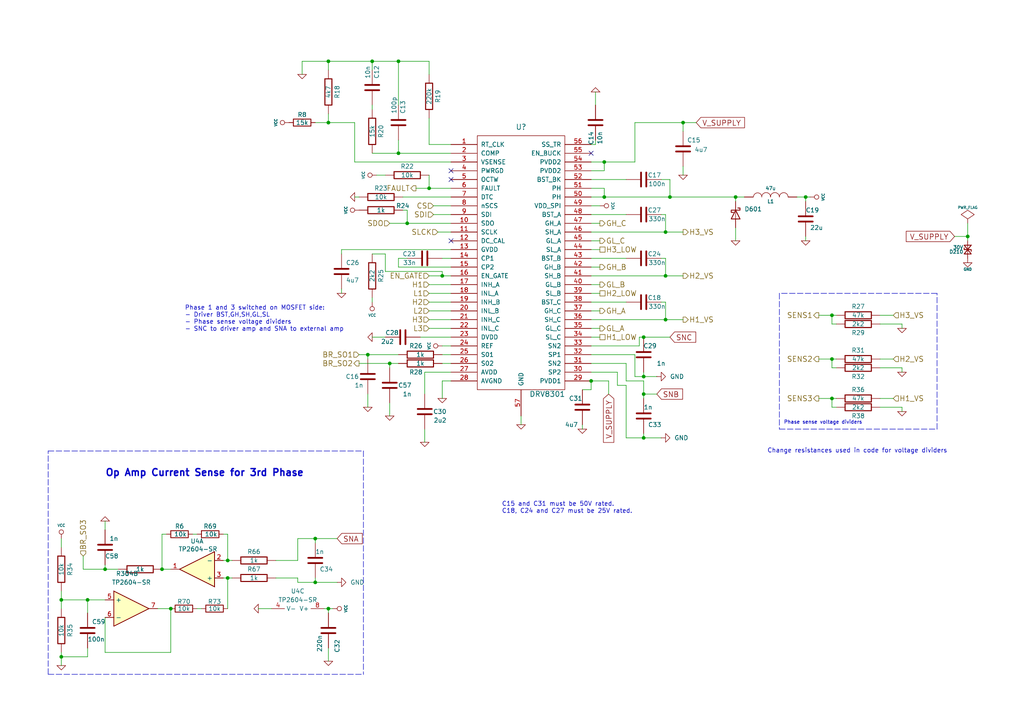
<source format=kicad_sch>
(kicad_sch (version 20250114) (generator "eeschema") (generator_version "9.0")
  (paper "A4")
  (title_block (title "Cheap FOCer 2") (date "2020-04-08") (rev "0.9") (company "Shaman Systems") (comment 1 "Root") (comment 4 "Top level"))
  (lib_symbols
    (symbol "BLDC_4-rescue:C-RESCUE-BLDC_4" (pin_numbers (hide yes)) (pin_names (offset 0.254))
      (property "Reference" "C" (at 0 2.54 0))
      (property "Value" "BLDC_4-rescue_C-RESCUE-BLDC_4" (at 0.1524 -2.159 0))
      (symbol "C-RESCUE-BLDC_4_0_1"
        (polyline (pts (xy -2.032 0.762) (xy 2.032 0.762)) (stroke (width 0.508)))
        (polyline (pts (xy -2.032 -0.762) (xy 2.032 -0.762)) (stroke (width 0.508)))
      )
      (symbol "C-RESCUE-BLDC_4_1_1"
        (pin passive line (at 0 5.08 270) (length 4.318) (name "~") (number "1"))
        (pin passive line (at 0 -5.08 90) (length 4.318) (name "~") (number "2"))
      )
    )
    (symbol "BLDC_4-rescue:DRV8301" (pin_names (offset 1.016))
      (property "Reference" "U" (at 0 46.99 0))
      (property "Value" "BLDC_4-rescue_DRV8301" (at 6.35 -29.21 0))
      (symbol "DRV8301_0_0"
        (pin passive line (at 0 -35.56 90) (length 7.62) (name "GND") (number "57"))
        (pin passive line (at 20.32 43.18 180) (length 7.62) (name "SS_TR") (number "56"))
        (pin input line (at 20.32 40.64 180) (length 7.62) (name "EN_BUCK") (number "55"))
        (pin power_in line (at 20.32 38.1 180) (length 7.62) (name "PVDD2") (number "54"))
        (pin power_in line (at 20.32 35.56 180) (length 7.62) (name "PVDD2") (number "53"))
        (pin passive line (at 20.32 33.02 180) (length 7.62) (name "BST_BK") (number "52"))
        (pin output line (at 20.32 30.48 180) (length 7.62) (name "PH") (number "51"))
        (pin output line (at 20.32 27.94 180) (length 7.62) (name "PH") (number "50"))
      )
      (symbol "DRV8301_0_1"
        (rectangle (start 12.7 -27.94) (end -12.7 45.72))
      )
      (symbol "DRV8301_1_0"
        (pin passive line (at 20.32 10.16 180) (length 7.62) (name "BST_B") (number "43"))
      )
      (symbol "DRV8301_1_1"
        (pin passive line (at -20.32 43.18 0) (length 7.62) (name "RT_CLK") (number "1"))
        (pin passive line (at -20.32 40.64 0) (length 7.62) (name "COMP") (number "2"))
        (pin input line (at -20.32 38.1 0) (length 7.62) (name "VSENSE") (number "3"))
        (pin input line (at -20.32 35.56 0) (length 7.62) (name "PWRGD") (number "4"))
        (pin input line (at -20.32 33.02 0) (length 7.62) (name "OCTW") (number "5"))
        (pin output line (at -20.32 30.48 0) (length 7.62) (name "FAULT") (number "6"))
        (pin passive line (at -20.32 27.94 0) (length 7.62) (name "DTC") (number "7"))
        (pin input line (at -20.32 25.4 0) (length 7.62) (name "nSCS") (number "8"))
        (pin bidirectional line (at -20.32 22.86 0) (length 7.62) (name "SDI") (number "9"))
        (pin bidirectional line (at -20.32 20.32 0) (length 7.62) (name "SDO") (number "10"))
        (pin bidirectional line (at -20.32 17.78 0) (length 7.62) (name "SCLK") (number "11"))
        (pin input line (at -20.32 15.24 0) (length 7.62) (name "DC_CAL") (number "12"))
        (pin passive line (at -20.32 12.7 0) (length 7.62) (name "GVDD") (number "13"))
        (pin passive line (at -20.32 10.16 0) (length 7.62) (name "CP1") (number "14"))
        (pin passive line (at -20.32 7.62 0) (length 7.62) (name "CP2") (number "15"))
        (pin input line (at -20.32 5.08 0) (length 7.62) (name "EN_GATE") (number "16"))
        (pin input line (at -20.32 2.54 0) (length 7.62) (name "INH_A") (number "17"))
        (pin input line (at -20.32 0 0) (length 7.62) (name "INL_A") (number "18"))
        (pin input line (at -20.32 -2.54 0) (length 7.62) (name "INH_B") (number "19"))
        (pin input line (at -20.32 -5.08 0) (length 7.62) (name "INL_B") (number "20"))
        (pin input line (at -20.32 -7.62 0) (length 7.62) (name "INH_C") (number "21"))
        (pin input line (at -20.32 -10.16 0) (length 7.62) (name "INL_C") (number "22"))
        (pin input line (at -20.32 -12.7 0) (length 7.62) (name "DVDD") (number "23"))
        (pin passive line (at -20.32 -15.24 0) (length 7.62) (name "REF") (number "24"))
        (pin input line (at -20.32 -17.78 0) (length 7.62) (name "S01") (number "25"))
        (pin input line (at -20.32 -20.32 0) (length 7.62) (name "S02") (number "26"))
        (pin power_in line (at -20.32 -22.86 0) (length 7.62) (name "AVDD") (number "27"))
        (pin passive line (at -20.32 -25.4 0) (length 7.62) (name "AVGND") (number "28"))
        (pin power_in line (at 20.32 25.4 180) (length 7.62) (name "VDD_SPI") (number "49"))
        (pin passive line (at 20.32 22.86 180) (length 7.62) (name "BST_A") (number "48"))
        (pin output line (at 20.32 20.32 180) (length 7.62) (name "GH_A") (number "47"))
        (pin input line (at 20.32 17.78 180) (length 7.62) (name "SH_A") (number "46"))
        (pin output line (at 20.32 15.24 180) (length 7.62) (name "GL_A") (number "45"))
        (pin input line (at 20.32 12.7 180) (length 7.62) (name "SL_A") (number "44"))
        (pin output line (at 20.32 7.62 180) (length 7.62) (name "GH_B") (number "42"))
        (pin input line (at 20.32 5.08 180) (length 7.62) (name "SH_B") (number "41"))
        (pin output line (at 20.32 2.54 180) (length 7.62) (name "GL_B") (number "40"))
        (pin input line (at 20.32 0 180) (length 7.62) (name "SL_B") (number "39"))
        (pin passive line (at 20.32 -2.54 180) (length 7.62) (name "BST_C") (number "38"))
        (pin output line (at 20.32 -5.08 180) (length 7.62) (name "GH_C") (number "37"))
        (pin input line (at 20.32 -7.62 180) (length 7.62) (name "SH_C") (number "36"))
        (pin output line (at 20.32 -10.16 180) (length 7.62) (name "GL_C") (number "35"))
        (pin input line (at 20.32 -12.7 180) (length 7.62) (name "SL_C") (number "34"))
        (pin input line (at 20.32 -15.24 180) (length 7.62) (name "SN2") (number "33"))
        (pin input line (at 20.32 -17.78 180) (length 7.62) (name "SP1") (number "32"))
        (pin input line (at 20.32 -20.32 180) (length 7.62) (name "SN2") (number "31"))
        (pin input line (at 20.32 -22.86 180) (length 7.62) (name "SP2") (number "30"))
        (pin power_in line (at 20.32 -25.4 180) (length 7.62) (name "PVDD1") (number "29"))
      )
    )
    (symbol "BLDC_4-rescue:GND-RESCUE-BLDC_4" (power) (pin_names (offset 0))
      (symbol "GND-RESCUE-BLDC_4_0_1"
        (polyline (pts (xy -1.27 0) (xy 0 -1.27) (xy 1.27 0) (xy -1.27 0)))
      )
      (symbol "GND-RESCUE-BLDC_4_1_1"
        (pin power_in line (at 0 0 90) (length 0) (hide yes) (name "GND") (number "1"))
      )
    )
    (symbol "BLDC_4-rescue:INDUCTOR" (pin_numbers (hide yes)) (pin_names (offset 1.016) (hide yes))
      (property "Reference" "L" (at -1.27 0 90))
      (property "Value" "BLDC_4-rescue_INDUCTOR" (at 2.54 0 90))
      (symbol "INDUCTOR_0_1"
        (arc (start 0.0254 2.5908) (mid 1.2956 1.2957) (end 0.0254 0.0254))
        (arc (start 0.0254 0.0508) (mid 1.2956 -1.2443) (end 0.0254 -2.5146))
        (arc (start 0.0254 4.9784) (mid 1.2195 3.7595) (end 0.0254 2.5654))
        (arc (start 0.0254 -2.54) (mid 1.2703 -3.8097) (end 0.0254 -5.0546))
      )
      (symbol "INDUCTOR_1_1"
        (pin passive line (at 0 7.62 270) (length 2.54) (name "1") (number "1"))
        (pin passive line (at 0 -7.62 90) (length 2.54) (name "2") (number "2"))
      )
    )
    (symbol "BLDC_4-rescue:PWR_FLAG" (power) (pin_numbers (hide yes)) (pin_names (offset 0) (hide yes))
      (property "Value" "BLDC_4-rescue_PWR_FLAG" (at 0 4.572 0))
      (symbol "PWR_FLAG_0_0"
        (pin power_out line (at 0 0 90) (length 0) (name "pwr") (number "1"))
      )
      (symbol "PWR_FLAG_0_1"
        (polyline (pts (xy 0 0) (xy 0 1.27) (xy -1.905 2.54) (xy 0 3.81) (xy 1.905 2.54) (xy 0 1.27)))
      )
    )
    (symbol "BLDC_4-rescue:R-RESCUE-BLDC_4" (pin_numbers (hide yes)) (pin_names (offset 0))
      (property "Reference" "R" (at 2.032 0 90))
      (property "Value" "BLDC_4-rescue_R-RESCUE-BLDC_4" (at 0.1778 0.0254 90))
      (symbol "R-RESCUE-BLDC_4_0_1"
        (rectangle (start -1.016 3.81) (end 1.016 -3.81) (stroke (width 0.3048)))
      )
      (symbol "R-RESCUE-BLDC_4_1_1"
        (pin passive line (at 0 6.35 270) (length 2.54) (name "~") (number "1"))
        (pin passive line (at 0 -6.35 90) (length 2.54) (name "~") (number "2"))
      )
    )
    (symbol "BLDC_4-rescue:VCC" (power) (pin_names (offset 0))
      (property "Value" "BLDC_4-rescue_VCC" (at 0 3.81 0))
      (symbol "VCC_0_1"
        (circle (center 0 1.905) (radius 0.635))
        (polyline (pts (xy 0 0) (xy 0 1.27)))
      )
      (symbol "VCC_1_1"
        (pin power_in line (at 0 0 90) (length 0) (hide yes) (name "VCC") (number "1"))
      )
    )
    (symbol "Device:D_Schottky" (pin_numbers (hide yes)) (pin_names (offset 1.016) (hide yes))
      (property "Reference" "D" (at 0 2.54 0))
      (property "Value" "D_Schottky" (at 0 -2.54 0))
      (symbol "D_Schottky_0_1"
        (polyline (pts (xy -1.905 0.635) (xy -1.905 1.27) (xy -1.27 1.27) (xy -1.27 -1.27) (xy -0.635 -1.27) (xy -0.635 -0.635)) (stroke (width 0.254)))
        (polyline (pts (xy 1.27 1.27) (xy 1.27 -1.27) (xy -1.27 0) (xy 1.27 1.27)) (stroke (width 0.254)))
        (polyline (pts (xy 1.27 0) (xy -1.27 0)))
      )
      (symbol "D_Schottky_1_1"
        (pin passive line (at -3.81 0 0) (length 2.54) (name "K") (number "1"))
        (pin passive line (at 3.81 0 180) (length 2.54) (name "A") (number "2"))
      )
    )
    (symbol "Device:D_TVS_Small" (pin_numbers (hide yes)) (pin_names (offset 1.016) (hide yes))
      (property "Reference" "D" (at 0 2.54 0))
      (property "Value" "D_TVS_Small" (at 0 -2.54 0))
      (symbol "D_TVS_Small_0_1"
        (polyline (pts (xy -1.27 1.016) (xy -1.27 -1.016) (xy 1.27 1.016) (xy 1.27 -1.016) (xy -1.27 1.016)) (stroke (width 0.254)))
        (polyline (pts (xy -1.27 0) (xy 1.27 0)))
        (polyline (pts (xy 0.508 1.016) (xy 0 1.016) (xy 0 -1.016) (xy -0.508 -1.016)) (stroke (width 0.254)))
      )
      (symbol "D_TVS_Small_1_1"
        (pin passive line (at -2.54 0 0) (length 1.27) (name "A1") (number "1"))
        (pin passive line (at 2.54 0 180) (length 1.27) (name "A2") (number "2"))
      )
    )
    (symbol "Device:Opamp_Dual"
      (property "Reference" "U" (at 0 5.08 0))
      (property "Value" "Opamp_Dual" (at 0 -5.08 0))
      (symbol "Opamp_Dual_1_1"
        (polyline (pts (xy -5.08 5.08) (xy 5.08 0) (xy -5.08 -5.08) (xy -5.08 5.08)) (stroke (width 0.254)) (fill (type background)))
        (pin input line (at -7.62 2.54 0) (length 2.54) (name "+") (number "3"))
        (pin input line (at -7.62 -2.54 0) (length 2.54) (name "-") (number "2"))
        (pin output line (at 7.62 0 180) (length 2.54) (name "~") (number "1"))
      )
      (symbol "Opamp_Dual_2_1"
        (polyline (pts (xy -5.08 5.08) (xy 5.08 0) (xy -5.08 -5.08) (xy -5.08 5.08)) (stroke (width 0.254)) (fill (type background)))
        (pin input line (at -7.62 2.54 0) (length 2.54) (name "+") (number "5"))
        (pin input line (at -7.62 -2.54 0) (length 2.54) (name "-") (number "6"))
        (pin output line (at 7.62 0 180) (length 2.54) (name "~") (number "7"))
      )
      (symbol "Opamp_Dual_3_1"
        (pin power_in line (at -2.54 7.62 270) (length 3.81) (name "V+") (number "8"))
        (pin power_in line (at -2.54 -7.62 90) (length 3.81) (name "V-") (number "4"))
      )
    )
    (symbol "Device:R" (pin_numbers (hide yes)) (pin_names (offset 0))
      (property "Reference" "R" (at 2.032 0 90))
      (property "Value" "R" (at 0 0 90))
      (symbol "R_0_1"
        (rectangle (start -1.016 -2.54) (end 1.016 2.54) (stroke (width 0.254)))
      )
      (symbol "R_1_1"
        (pin passive line (at 0 3.81 270) (length 1.27) (name "~") (number "1"))
        (pin passive line (at 0 -3.81 90) (length 1.27) (name "~") (number "2"))
      )
    )
    (symbol "power:GND" (power) (pin_numbers (hide yes)) (pin_names (offset 0) (hide yes))
      (property "Value" "GND" (at 0 -3.81 0))
      (symbol "GND_0_1"
        (polyline (pts (xy 0 0) (xy 0 -1.27) (xy 1.27 -1.27) (xy 0 -2.54) (xy -1.27 -1.27) (xy 0 -1.27)))
      )
      (symbol "GND_1_1"
        (pin power_in line (at 0 0 270) (length 0) (name "~") (number "1"))
      )
    )
  )
  (text "C15 and C31 must be 50V rated.\nC18, C24 and C27 must be 25V rated." (at 145.542 145.542 0) (effects (font (size 1.27 1.27)) (justify left top)))
  (text "Phase 1 and 3 switched on MOSFET side:\n- Driver BST,GH,SH,GL,SL\n- Phase sense voltage dividers\n- SNC to driver amp and SNA to external amp" (at 53.594 88.646 0) (effects (font (size 1.27 1.27)) (justify left top)))
  (text "Op Amp Current Sense for 3rd Phase" (at 30.48 138.43 0) (effects (font (size 2.0066 2.0066) (thickness 0.4013) (bold yes)) (justify left bottom)))
  (text "Change resistances used in code for voltage dividers" (at 248.666 130.81 0) (effects (font (size 1.27 1.27))))
  (text "Phase sense voltage dividers" (at 227.33 123.19 0) (effects (font (size 1.016 1.016)) (justify left bottom)))
  (junction (at 66.04 167.64))
  (junction (at 66.04 162.56))
  (junction (at 171.45 110.49))
  (junction (at 280.67 68.58))
  (junction (at 193.04 67.31))
  (junction (at 95.25 35.56))
  (junction (at 91.44 168.91))
  (junction (at 106.68 102.87))
  (junction (at 46.99 165.1))
  (junction (at 91.44 156.21))
  (junction (at 241.3 104.14))
  (junction (at 233.68 57.15))
  (junction (at 113.03 105.41))
  (junction (at 186.69 109.22))
  (junction (at 175.26 46.99))
  (junction (at 198.12 35.56))
  (junction (at 175.26 57.15))
  (junction (at 95.25 176.53))
  (junction (at 128.27 80.01))
  (junction (at 193.04 92.71))
  (junction (at 186.69 114.3))
  (junction (at 124.46 54.61))
  (junction (at 115.57 44.45))
  (junction (at 25.4 173.99))
  (junction (at 30.48 165.1))
  (junction (at 95.25 17.78))
  (junction (at 194.31 57.15))
  (junction (at 186.69 97.79))
  (junction (at 17.78 173.99))
  (junction (at 186.69 127))
  (junction (at 193.04 80.01))
  (junction (at 213.36 57.15))
  (junction (at 241.3 115.57))
  (junction (at 17.78 190.5))
  (junction (at 118.11 64.77))
  (junction (at 49.53 176.53))
  (junction (at 241.3 91.44))
  (junction (at 115.57 17.78))
  (junction (at 107.95 17.78))
  (no_connect (at 130.81 52.07))
  (no_connect (at 171.45 44.45))
  (no_connect (at 130.81 69.85))
  (no_connect (at 130.81 49.53))
  (wire (pts (xy 17.78 173.99) (xy 25.4 173.99)))
  (wire (pts (xy 233.68 68.58) (xy 233.68 69.85)))
  (wire (pts (xy 128.27 110.49) (xy 128.27 115.57)))
  (wire (pts (xy 113.03 120.65) (xy 113.03 116.84)))
  (wire (pts (xy 48.26 154.94) (xy 46.99 154.94)))
  (wire (pts (xy 241.3 106.68) (xy 242.57 106.68)))
  (wire (pts (xy 237.49 115.57) (xy 241.3 115.57)))
  (wire (pts (xy 95.25 35.56) (xy 91.44 35.56)))
  (wire (pts (xy 17.78 156.21) (xy 17.78 158.75)))
  (wire (pts (xy 213.36 58.42) (xy 213.36 57.15)))
  (wire (pts (xy 255.27 91.44) (xy 259.08 91.44)))
  (wire (pts (xy 173.99 82.55) (xy 171.45 82.55)))
  (wire (pts (xy 280.67 68.58) (xy 276.86 68.58)))
  (wire (pts (xy 128.27 105.41) (xy 130.81 105.41)))
  (wire (pts (xy 25.4 173.99) (xy 30.48 173.99)))
  (wire (pts (xy 171.45 102.87) (xy 184.15 102.87)))
  (wire (pts (xy 66.04 162.56) (xy 67.31 162.56)))
  (wire (pts (xy 124.46 17.78) (xy 115.57 17.78)))
  (wire (pts (xy 173.99 64.77) (xy 171.45 64.77)))
  (wire (pts (xy 99.06 83.82) (xy 99.06 85.09)))
  (wire (pts (xy 193.04 92.71) (xy 198.12 92.71)))
  (wire (pts (xy 66.04 154.94) (xy 66.04 162.56)))
  (wire (pts (xy 255.27 118.11) (xy 261.62 118.11)))
  (wire (pts (xy 107.95 17.78) (xy 95.25 17.78)))
  (wire (pts (xy 151.13 120.65) (xy 151.13 123.19)))
  (wire (pts (xy 255.27 115.57) (xy 259.08 115.57)))
  (polyline (pts (xy 13.97 130.81) (xy 105.41 130.81)) (stroke (width 0) (type dash)))
  (wire (pts (xy 193.04 87.63) (xy 193.04 92.71)))
  (wire (pts (xy 128.27 100.33) (xy 130.81 100.33)))
  (wire (pts (xy 186.69 127) (xy 191.77 127)))
  (wire (pts (xy 193.04 80.01) (xy 198.12 80.01)))
  (wire (pts (xy 99.06 73.66) (xy 99.06 72.39)))
  (wire (pts (xy 57.15 176.53) (xy 58.42 176.53)))
  (wire (pts (xy 173.99 77.47) (xy 171.45 77.47)))
  (wire (pts (xy 193.04 62.23) (xy 193.04 67.31)))
  (wire (pts (xy 107.95 31.75) (xy 107.95 30.48)))
  (wire (pts (xy 115.57 40.64) (xy 115.57 44.45)))
  (wire (pts (xy 241.3 91.44) (xy 242.57 91.44)))
  (wire (pts (xy 64.77 162.56) (xy 66.04 162.56)))
  (wire (pts (xy 115.57 74.93) (xy 115.57 77.47)))
  (wire (pts (xy 231.14 57.15) (xy 233.68 57.15)))
  (wire (pts (xy 171.45 62.23) (xy 181.61 62.23)))
  (wire (pts (xy 128.27 74.93) (xy 130.81 74.93)))
  (wire (pts (xy 194.31 57.15) (xy 213.36 57.15)))
  (wire (pts (xy 179.07 111.76) (xy 179.07 107.95)))
  (wire (pts (xy 49.53 176.53) (xy 45.72 176.53)))
  (wire (pts (xy 124.46 21.59) (xy 124.46 17.78)))
  (wire (pts (xy 241.3 104.14) (xy 241.3 106.68)))
  (wire (pts (xy 91.44 168.91) (xy 86.36 168.91)))
  (wire (pts (xy 113.03 106.68) (xy 113.03 105.41)))
  (wire (pts (xy 237.49 104.14) (xy 241.3 104.14)))
  (wire (pts (xy 30.48 179.07) (xy 30.48 189.23)))
  (wire (pts (xy 176.53 110.49) (xy 176.53 114.3)))
  (wire (pts (xy 184.15 102.87) (xy 184.15 109.22)))
  (wire (pts (xy 91.44 168.91) (xy 97.79 168.91)))
  (wire (pts (xy 255.27 106.68) (xy 261.62 106.68)))
  (polyline (pts (xy 13.97 195.58) (xy 105.41 195.58)) (stroke (width 0) (type dash)))
  (wire (pts (xy 121.92 97.79) (xy 130.81 97.79)))
  (wire (pts (xy 25.4 187.96) (xy 25.4 190.5)))
  (wire (pts (xy 171.45 57.15) (xy 175.26 57.15)))
  (wire (pts (xy 184.15 35.56) (xy 184.15 46.99)))
  (wire (pts (xy 64.77 167.64) (xy 66.04 167.64)))
  (wire (pts (xy 104.14 102.87) (xy 106.68 102.87)))
  (wire (pts (xy 124.46 41.91) (xy 130.81 41.91)))
  (wire (pts (xy 86.36 156.21) (xy 91.44 156.21)))
  (wire (pts (xy 111.76 78.74) (xy 128.27 78.74)))
  (wire (pts (xy 107.95 87.63) (xy 107.95 86.36)))
  (wire (pts (xy 124.46 54.61) (xy 130.81 54.61)))
  (wire (pts (xy 55.88 154.94) (xy 57.15 154.94)))
  (wire (pts (xy 118.11 64.77) (xy 113.03 64.77)))
  (wire (pts (xy 193.04 62.23) (xy 191.77 62.23)))
  (wire (pts (xy 186.69 127) (xy 181.61 127)))
  (wire (pts (xy 66.04 176.53) (xy 66.04 167.64)))
  (wire (pts (xy 171.45 105.41) (xy 181.61 105.41)))
  (wire (pts (xy 125.73 59.69) (xy 130.81 59.69)))
  (wire (pts (xy 128.27 78.74) (xy 128.27 80.01)))
  (wire (pts (xy 118.11 74.93) (xy 115.57 74.93)))
  (wire (pts (xy 280.67 64.77) (xy 280.67 68.58)))
  (wire (pts (xy 255.27 104.14) (xy 259.08 104.14)))
  (wire (pts (xy 17.78 171.45) (xy 17.78 173.99)))
  (wire (pts (xy 186.69 97.79) (xy 194.31 97.79)))
  (wire (pts (xy 124.46 41.91) (xy 124.46 34.29)))
  (wire (pts (xy 95.25 191.77) (xy 95.25 187.96)))
  (wire (pts (xy 66.04 154.94) (xy 64.77 154.94)))
  (wire (pts (xy 102.87 35.56) (xy 95.25 35.56)))
  (wire (pts (xy 17.78 190.5) (xy 17.78 189.23)))
  (wire (pts (xy 124.46 50.8) (xy 124.46 54.61)))
  (wire (pts (xy 86.36 168.91) (xy 86.36 167.64)))
  (wire (pts (xy 115.57 44.45) (xy 130.81 44.45)))
  (wire (pts (xy 130.81 85.09) (xy 124.46 85.09)))
  (wire (pts (xy 175.26 49.53) (xy 171.45 49.53)))
  (wire (pts (xy 181.61 105.41) (xy 181.61 110.49)))
  (wire (pts (xy 124.46 95.25) (xy 130.81 95.25)))
  (wire (pts (xy 171.45 72.39) (xy 173.99 72.39)))
  (polyline (pts (xy 271.78 124.46) (xy 271.78 85.09)) (stroke (width 0) (type dash)))
  (wire (pts (xy 172.72 26.67) (xy 172.72 30.48)))
  (wire (pts (xy 173.99 95.25) (xy 171.45 95.25)))
  (wire (pts (xy 91.44 156.21) (xy 97.79 156.21)))
  (wire (pts (xy 124.46 80.01) (xy 128.27 80.01)))
  (wire (pts (xy 95.25 17.78) (xy 87.63 17.78)))
  (wire (pts (xy 17.78 173.99) (xy 17.78 176.53)))
  (wire (pts (xy 175.26 54.61) (xy 175.26 57.15)))
  (wire (pts (xy 184.15 46.99) (xy 175.26 46.99)))
  (wire (pts (xy 237.49 91.44) (xy 241.3 91.44)))
  (wire (pts (xy 261.62 106.68) (xy 261.62 107.95)))
  (wire (pts (xy 171.45 67.31) (xy 193.04 67.31)))
  (wire (pts (xy 87.63 17.78) (xy 87.63 21.59)))
  (wire (pts (xy 116.84 57.15) (xy 130.81 57.15)))
  (wire (pts (xy 124.46 92.71) (xy 130.81 92.71)))
  (wire (pts (xy 280.67 68.58) (xy 280.67 69.85)))
  (wire (pts (xy 95.25 33.02) (xy 95.25 35.56)))
  (wire (pts (xy 185.42 97.79) (xy 186.69 97.79)))
  (wire (pts (xy 186.69 110.49) (xy 186.69 114.3)))
  (wire (pts (xy 123.19 107.95) (xy 130.81 107.95)))
  (wire (pts (xy 173.99 90.17) (xy 171.45 90.17)))
  (wire (pts (xy 46.99 154.94) (xy 46.99 165.1)))
  (wire (pts (xy 130.81 90.17) (xy 124.46 90.17)))
  (wire (pts (xy 186.69 109.22) (xy 190.5 109.22)))
  (wire (pts (xy 171.45 110.49) (xy 176.53 110.49)))
  (wire (pts (xy 96.52 176.53) (xy 95.25 176.53)))
  (wire (pts (xy 171.45 54.61) (xy 175.26 54.61)))
  (wire (pts (xy 185.42 97.79) (xy 185.42 100.33)))
  (wire (pts (xy 30.48 189.23) (xy 49.53 189.23)))
  (wire (pts (xy 127 67.31) (xy 130.81 67.31)))
  (wire (pts (xy 80.01 162.56) (xy 86.36 162.56)))
  (wire (pts (xy 198.12 48.26) (xy 198.12 50.8)))
  (wire (pts (xy 30.48 165.1) (xy 34.29 165.1)))
  (wire (pts (xy 171.45 97.79) (xy 173.99 97.79)))
  (wire (pts (xy 104.14 57.15) (xy 102.87 57.15)))
  (wire (pts (xy 175.26 57.15) (xy 194.31 57.15)))
  (wire (pts (xy 128.27 80.01) (xy 130.81 80.01)))
  (wire (pts (xy 213.36 66.04) (xy 213.36 69.85)))
  (polyline (pts (xy 226.06 124.46) (xy 271.78 124.46)) (stroke (width 0) (type dash)))
  (wire (pts (xy 173.99 59.69) (xy 171.45 59.69)))
  (wire (pts (xy 17.78 193.04) (xy 17.78 190.5)))
  (wire (pts (xy 171.45 46.99) (xy 175.26 46.99)))
  (wire (pts (xy 171.45 92.71) (xy 193.04 92.71)))
  (polyline (pts (xy 271.78 85.09) (xy 226.06 85.09)) (stroke (width 0) (type dash)))
  (wire (pts (xy 49.53 189.23) (xy 49.53 176.53)))
  (wire (pts (xy 241.3 93.98) (xy 241.3 91.44)))
  (wire (pts (xy 95.25 176.53) (xy 93.98 176.53)))
  (wire (pts (xy 25.4 177.8) (xy 25.4 173.99)))
  (wire (pts (xy 241.3 118.11) (xy 241.3 115.57)))
  (wire (pts (xy 123.19 107.95) (xy 123.19 114.3)))
  (wire (pts (xy 24.13 161.29) (xy 24.13 165.1)))
  (wire (pts (xy 102.87 46.99) (xy 102.87 35.56)))
  (wire (pts (xy 191.77 52.07) (xy 194.31 52.07)))
  (wire (pts (xy 116.84 60.96) (xy 118.11 60.96)))
  (wire (pts (xy 124.46 87.63) (xy 130.81 87.63)))
  (wire (pts (xy 186.69 115.57) (xy 186.69 114.3)))
  (wire (pts (xy 128.27 102.87) (xy 130.81 102.87)))
  (wire (pts (xy 107.95 73.66) (xy 111.76 73.66)))
  (wire (pts (xy 128.27 110.49) (xy 130.81 110.49)))
  (wire (pts (xy 198.12 35.56) (xy 201.93 35.56)))
  (wire (pts (xy 118.11 60.96) (xy 118.11 64.77)))
  (wire (pts (xy 168.91 123.19) (xy 168.91 124.46)))
  (polyline (pts (xy 105.41 130.81) (xy 105.41 195.58)) (stroke (width 0) (type dash)))
  (wire (pts (xy 95.25 20.32) (xy 95.25 17.78)))
  (wire (pts (xy 124.46 82.55) (xy 130.81 82.55)))
  (wire (pts (xy 111.76 97.79) (xy 107.95 97.79)))
  (wire (pts (xy 233.68 57.15) (xy 234.95 57.15)))
  (wire (pts (xy 91.44 157.48) (xy 91.44 156.21)))
  (wire (pts (xy 181.61 111.76) (xy 179.07 111.76)))
  (wire (pts (xy 66.04 167.64) (xy 67.31 167.64)))
  (wire (pts (xy 130.81 64.77) (xy 118.11 64.77)))
  (wire (pts (xy 124.46 54.61) (xy 120.65 54.61)))
  (wire (pts (xy 172.72 41.91) (xy 172.72 40.64)))
  (wire (pts (xy 193.04 74.93) (xy 193.04 80.01)))
  (wire (pts (xy 255.27 93.98) (xy 261.62 93.98)))
  (wire (pts (xy 242.57 118.11) (xy 241.3 118.11)))
  (wire (pts (xy 171.45 41.91) (xy 172.72 41.91)))
  (wire (pts (xy 24.13 165.1) (xy 30.48 165.1)))
  (wire (pts (xy 198.12 38.1) (xy 198.12 35.56)))
  (wire (pts (xy 109.22 50.8) (xy 111.76 50.8)))
  (wire (pts (xy 181.61 127) (xy 181.61 111.76)))
  (wire (pts (xy 115.57 17.78) (xy 107.95 17.78)))
  (wire (pts (xy 74.93 176.53) (xy 78.74 176.53)))
  (polyline (pts (xy 226.06 85.09) (xy 226.06 124.46)) (stroke (width 0) (type dash)))
  (wire (pts (xy 104.14 105.41) (xy 113.03 105.41)))
  (wire (pts (xy 171.45 113.03) (xy 171.45 110.49)))
  (wire (pts (xy 261.62 118.11) (xy 261.62 119.38)))
  (wire (pts (xy 130.81 46.99) (xy 102.87 46.99)))
  (wire (pts (xy 106.68 104.14) (xy 106.68 102.87)))
  (wire (pts (xy 173.99 69.85) (xy 171.45 69.85)))
  (wire (pts (xy 181.61 110.49) (xy 186.69 110.49)))
  (wire (pts (xy 171.45 100.33) (xy 185.42 100.33)))
  (wire (pts (xy 49.53 165.1) (xy 46.99 165.1)))
  (wire (pts (xy 125.73 62.23) (xy 130.81 62.23)))
  (wire (pts (xy 115.57 30.48) (xy 115.57 17.78)))
  (wire (pts (xy 106.68 102.87) (xy 115.57 102.87)))
  (wire (pts (xy 181.61 87.63) (xy 171.45 87.63)))
  (wire (pts (xy 213.36 57.15) (xy 215.9 57.15)))
  (wire (pts (xy 241.3 104.14) (xy 242.57 104.14)))
  (wire (pts (xy 107.95 20.32) (xy 107.95 17.78)))
  (wire (pts (xy 194.31 52.07) (xy 194.31 57.15)))
  (wire (pts (xy 115.57 77.47) (xy 130.81 77.47)))
  (wire (pts (xy 233.68 57.15) (xy 233.68 58.42)))
  (wire (pts (xy 107.95 44.45) (xy 115.57 44.45)))
  (wire (pts (xy 30.48 151.13) (xy 30.48 153.67)))
  (wire (pts (xy 193.04 67.31) (xy 198.12 67.31)))
  (wire (pts (xy 111.76 73.66) (xy 111.76 78.74)))
  (wire (pts (xy 173.99 85.09) (xy 171.45 85.09)))
  (wire (pts (xy 193.04 87.63) (xy 191.77 87.63)))
  (wire (pts (xy 186.69 109.22) (xy 184.15 109.22)))
  (wire (pts (xy 80.01 167.64) (xy 86.36 167.64)))
  (wire (pts (xy 91.44 167.64) (xy 91.44 168.91)))
  (wire (pts (xy 186.69 114.3) (xy 190.5 114.3)))
  (wire (pts (xy 181.61 74.93) (xy 171.45 74.93)))
  (wire (pts (xy 242.57 93.98) (xy 241.3 93.98)))
  (wire (pts (xy 113.03 105.41) (xy 115.57 105.41)))
  (wire (pts (xy 123.19 128.27) (xy 123.19 124.46)))
  (wire (pts (xy 261.62 93.98) (xy 261.62 95.25)))
  (wire (pts (xy 106.68 118.11) (xy 106.68 114.3)))
  (wire (pts (xy 171.45 80.01) (xy 193.04 80.01)))
  (wire (pts (xy 86.36 156.21) (xy 86.36 162.56)))
  (wire (pts (xy 25.4 190.5) (xy 17.78 190.5)))
  (polyline (pts (xy 13.97 195.58) (xy 13.97 130.81)) (stroke (width 0) (type dash)))
  (wire (pts (xy 186.69 125.73) (xy 186.69 127)))
  (wire (pts (xy 181.61 52.07) (xy 171.45 52.07)))
  (wire (pts (xy 171.45 107.95) (xy 179.07 107.95)))
  (wire (pts (xy 186.69 107.95) (xy 186.69 109.22)))
  (wire (pts (xy 241.3 115.57) (xy 242.57 115.57)))
  (wire (pts (xy 30.48 163.83) (xy 30.48 165.1)))
  (wire (pts (xy 184.15 35.56) (xy 198.12 35.56)))
  (wire (pts (xy 95.25 177.8) (xy 95.25 176.53)))
  (wire (pts (xy 171.45 113.03) (xy 168.91 113.03)))
  (wire (pts (xy 175.26 46.99) (xy 175.26 49.53)))
  (wire (pts (xy 193.04 74.93) (xy 191.77 74.93)))
  (wire (pts (xy 99.06 72.39) (xy 130.81 72.39)))
  (global_label "SNB" (shape input) (at 190.5 114.3 0) (effects (font (size 1.524 1.524))) (property "Intersheetrefs" "${INTERSHEET_REFS}" (effects (hide yes))))
  (global_label "V_SUPPLY" (shape input) (at 201.93 35.56 0) (effects (font (size 1.524 1.524))) (property "Intersheetrefs" "${INTERSHEET_REFS}" (effects (hide yes))))
  (global_label "V_SUPPLY" (shape input) (at 276.86 68.58 180) (effects (font (size 1.524 1.524))) (property "Intersheetrefs" "${INTERSHEET_REFS}" (effects (hide yes))))
  (global_label "SNC" (shape input) (at 194.31 97.79 0) (effects (font (size 1.524 1.524))) (property "Intersheetrefs" "${INTERSHEET_REFS}" (effects (hide yes))))
  (global_label "SNA" (shape input) (at 97.79 156.21 0) (effects (font (size 1.524 1.524))) (property "Intersheetrefs" "${INTERSHEET_REFS}" (effects (hide yes))))
  (global_label "V_SUPPLY" (shape input) (at 176.53 114.3 270) (effects (font (size 1.524 1.524))) (property "Intersheetrefs" "${INTERSHEET_REFS}" (effects (hide yes))))
  (hierarchical_label "H3_LOW" (shape passive) (at 173.99 72.39 0) (effects (font (size 1.524 1.524))))
  (hierarchical_label "GH_A" (shape output) (at 173.99 90.17 0) (effects (font (size 1.524 1.524))))
  (hierarchical_label "H2_VS" (shape input) (at 259.08 104.14 0) (effects (font (size 1.524 1.524))))
  (hierarchical_label "H2_LOW" (shape passive) (at 173.99 85.09 0) (effects (font (size 1.524 1.524))))
  (hierarchical_label "SENS2" (shape output) (at 237.49 104.14 180) (effects (font (size 1.524 1.524))))
  (hierarchical_label "GH_C" (shape output) (at 173.99 64.77 0) (effects (font (size 1.524 1.524))))
  (hierarchical_label "SENS3" (shape output) (at 237.49 115.57 180) (effects (font (size 1.524 1.524))))
  (hierarchical_label "H2" (shape input) (at 124.46 87.63 180) (effects (font (size 1.524 1.524))))
  (hierarchical_label "L2" (shape input) (at 124.46 90.17 180) (effects (font (size 1.524 1.524))))
  (hierarchical_label "BR_SO2" (shape output) (at 104.14 105.41 180) (effects (font (size 1.524 1.524))))
  (hierarchical_label "GH_B" (shape output) (at 173.99 77.47 0) (effects (font (size 1.524 1.524))))
  (hierarchical_label "GL_B" (shape output) (at 173.99 82.55 0) (effects (font (size 1.524 1.524))))
  (hierarchical_label "H1_LOW" (shape passive) (at 173.99 97.79 0) (effects (font (size 1.524 1.524))))
  (hierarchical_label "FAULT" (shape output) (at 120.65 54.61 180) (effects (font (size 1.524 1.524))))
  (hierarchical_label "H3_VS" (shape input) (at 259.08 91.44 0) (effects (font (size 1.524 1.524))))
  (hierarchical_label "H3" (shape input) (at 124.46 92.71 180) (effects (font (size 1.524 1.524))))
  (hierarchical_label "L3" (shape input) (at 124.46 95.25 180) (effects (font (size 1.524 1.524))))
  (hierarchical_label "EN_GATE" (shape input) (at 124.46 80.01 180) (effects (font (size 1.524 1.524))))
  (hierarchical_label "GL_C" (shape output) (at 173.99 69.85 0) (effects (font (size 1.524 1.524))))
  (hierarchical_label "SLCK" (shape input) (at 127 67.31 180) (effects (font (size 1.524 1.524))))
  (hierarchical_label "SENS1" (shape output) (at 237.49 91.44 180) (effects (font (size 1.524 1.524))))
  (hierarchical_label "H1_VS" (shape input) (at 259.08 115.57 0) (effects (font (size 1.524 1.524))))
  (hierarchical_label "BR_SO3" (shape input) (at 24.13 161.29 90) (effects (font (size 1.524 1.524))))
  (hierarchical_label "H3_VS" (shape output) (at 198.12 67.31 0) (effects (font (size 1.524 1.524))))
  (hierarchical_label "H1_VS" (shape output) (at 198.12 92.71 0) (effects (font (size 1.524 1.524))))
  (hierarchical_label "H1" (shape input) (at 124.46 82.55 180) (effects (font (size 1.524 1.524))))
  (hierarchical_label "SDI" (shape input) (at 125.73 62.23 180) (effects (font (size 1.524 1.524))))
  (hierarchical_label "BR_SO1" (shape input) (at 104.14 102.87 180) (effects (font (size 1.524 1.524))))
  (hierarchical_label "GL_A" (shape output) (at 173.99 95.25 0) (effects (font (size 1.524 1.524))))
  (hierarchical_label "CS" (shape input) (at 125.73 59.69 180) (effects (font (size 1.524 1.524))))
  (hierarchical_label "H2_VS" (shape output) (at 198.12 80.01 0) (effects (font (size 1.524 1.524))))
  (hierarchical_label "L1" (shape input) (at 124.46 85.09 180) (effects (font (size 1.524 1.524))))
  (hierarchical_label "SDO" (shape input) (at 113.03 64.77 180) (effects (font (size 1.524 1.524))))
  (symbol (lib_id "BLDC_4-rescue:R-RESCUE-BLDC_4") (at 248.92 91.44 270) (unit 1)
    (property "Reference" "R27" (at 248.92 88.9 90))
    (property "Value" "47k" (at 248.92 91.44 90))
    (property "Footprint" "Resistor_SMD:R_0402_1005Metric" (effects (hide yes)))
  )
  (symbol (lib_id "BLDC_4-rescue:R-RESCUE-BLDC_4") (at 248.92 93.98 270) (unit 1)
    (property "Reference" "R29" (at 248.92 96.52 90))
    (property "Value" "2k2" (at 248.92 93.98 90))
    (property "Footprint" "Resistor_SMD:R_0402_1005Metric" (effects (hide yes)))
  )
  (symbol (lib_id "BLDC_4-rescue:GND-RESCUE-BLDC_4") (at 261.62 95.25 0) (unit 1)
    (property "Reference" "#PWR044" (effects (hide yes)))
    (property "Value" "GND" (effects (hide yes)))
  )
  (symbol (lib_id "BLDC_4-rescue:GND-RESCUE-BLDC_4") (at 261.62 107.95 0) (unit 1)
    (property "Reference" "#PWR048" (effects (hide yes)))
    (property "Value" "GND" (effects (hide yes)))
  )
  (symbol (lib_id "BLDC_4-rescue:R-RESCUE-BLDC_4") (at 248.92 106.68 270) (unit 1)
    (property "Reference" "R32" (at 248.92 109.22 90))
    (property "Value" "2k2" (at 248.92 106.68 90))
    (property "Footprint" "Resistor_SMD:R_0402_1005Metric" (effects (hide yes)))
  )
  (symbol (lib_id "BLDC_4-rescue:R-RESCUE-BLDC_4") (at 248.92 118.11 270) (unit 1)
    (property "Reference" "R38" (at 248.92 120.65 90))
    (property "Value" "2k2" (at 248.92 118.11 90))
    (property "Footprint" "Resistor_SMD:R_0402_1005Metric" (effects (hide yes)))
  )
  (symbol (lib_id "BLDC_4-rescue:GND-RESCUE-BLDC_4") (at 261.62 119.38 0) (unit 1)
    (property "Reference" "#PWR052" (effects (hide yes)))
    (property "Value" "GND" (effects (hide yes)))
  )
  (symbol (lib_id "BLDC_4-rescue:DRV8301") (at 151.13 85.09 0) (unit 1)
    (property "Reference" "U2" (at 151.13 36.83 0) (effects (font (size 1.524 1.524))))
    (property "Value" "DRV8301" (at 158.75 114.3 0) (effects (font (size 1.524 1.524))))
    (property "Footprint" "Bluesat:HTSSOP-56_6.1x14-0.5-EP" (effects (hide yes)))
    (property "Datasheet" "http://www.ti.com/lit/ds/symlink/drv8353r.pdf" (effects (hide yes)))
    (instances (project "" (path "" (reference "U?") (unit 1)) (path "" (reference "U2") (unit 1))))
  )
  (symbol (lib_id "BLDC_4-rescue:INDUCTOR") (at 223.52 57.15 90) (unit 1)
    (property "Reference" "L1" (at 223.52 58.42 90) (effects (font (size 1.016 1.016))))
    (property "Value" "47u" (at 223.52 54.61 90) (effects (font (size 1.016 1.016))))
    (property "Footprint" "Inductor_SMD:L_Changjiang_FXL0630" (effects (hide yes)))
  )
  (symbol (lib_id "BLDC_4-rescue:PWR_FLAG") (at 280.67 64.77 0) (unit 1)
    (property "Reference" "#FLG02" (effects (hide yes)))
    (property "Value" "PWR_FLAG" (at 280.67 60.198 0) (effects (font (size 0.762 0.762))))
  )
  (symbol (lib_id "BLDC_4-rescue:GND-RESCUE-BLDC_4") (at 87.63 21.59 0) (unit 1)
    (property "Reference" "#PWR028" (effects (hide yes)))
    (property "Value" "GND" (effects (hide yes)))
  )
  (symbol (lib_id "BLDC_4-rescue:C-RESCUE-BLDC_4") (at 115.57 35.56 0) (unit 1)
    (property "Reference" "C13" (at 116.84 33.02 90) (effects (justify left)))
    (property "Value" "100p" (at 114.3 33.02 90) (effects (justify left)))
    (property "Footprint" "Capacitor_SMD:C_0402_1005Metric" (effects (hide yes)))
  )
  (symbol (lib_id "BLDC_4-rescue:C-RESCUE-BLDC_4") (at 168.91 118.11 180) (unit 1)
    (property "Reference" "C31" (at 168.91 115.57 0) (effects (justify left)))
    (property "Value" "4u7" (at 167.64 123.19 0) (effects (justify left)))
    (property "Footprint" "Capacitor_SMD:C_1210_3225Metric" (effects (hide yes)))
  )
  (symbol (lib_id "BLDC_4-rescue:GND-RESCUE-BLDC_4") (at 151.13 123.19 0) (unit 1)
    (property "Reference" "#PWR047" (effects (hide yes)))
    (property "Value" "GND" (effects (hide yes)))
  )
  (symbol (lib_id "BLDC_4-rescue:GND-RESCUE-BLDC_4") (at 168.91 124.46 0) (unit 1)
    (property "Reference" "#PWR049" (effects (hide yes)))
    (property "Value" "GND" (effects (hide yes)))
  )
  (symbol (lib_id "BLDC_4-rescue:GND-RESCUE-BLDC_4") (at 198.12 50.8 0) (unit 1)
    (property "Reference" "#PWR033" (effects (hide yes)))
    (property "Value" "GND" (effects (hide yes)))
  )
  (symbol (lib_id "BLDC_4-rescue:C-RESCUE-BLDC_4") (at 123.19 74.93 90) (unit 1)
    (property "Reference" "C23" (at 120.65 73.66 90) (effects (justify left)))
    (property "Value" "33n" (at 120.65 76.2 90) (effects (justify left)))
    (property "Footprint" "Capacitor_SMD:C_0603_1608Metric" (effects (hide yes)))
  )
  (symbol (lib_id "BLDC_4-rescue:C-RESCUE-BLDC_4") (at 116.84 97.79 270) (unit 1)
    (property "Reference" "C28" (at 111.76 96.52 90) (effects (justify left)))
    (property "Value" "2u2" (at 110.49 99.06 90) (effects (justify left)))
    (property "Footprint" "Capacitor_SMD:C_0603_1608Metric" (effects (hide yes)))
  )
  (symbol (lib_id "BLDC_4-rescue:C-RESCUE-BLDC_4") (at 123.19 119.38 180) (unit 1)
    (property "Reference" "C30" (at 129.54 119.38 0) (effects (justify left)))
    (property "Value" "2u2" (at 129.54 121.92 0) (effects (justify left)))
    (property "Footprint" "Capacitor_SMD:C_0603_1608Metric" (effects (hide yes)))
  )
  (symbol (lib_id "BLDC_4-rescue:R-RESCUE-BLDC_4") (at 118.11 50.8 90) (unit 1)
    (property "Reference" "R22" (at 118.11 48.26 90))
    (property "Value" "10k" (at 118.11 50.8 90))
    (property "Footprint" "Resistor_SMD:R_0402_1005Metric" (effects (hide yes)))
  )
  (symbol (lib_id "BLDC_4-rescue:R-RESCUE-BLDC_4") (at 124.46 27.94 180) (unit 1)
    (property "Reference" "R19" (at 127 27.94 90))
    (property "Value" "220k" (at 124.46 27.94 90))
    (property "Footprint" "Resistor_SMD:R_0402_1005Metric" (effects (hide yes)))
  )
  (symbol (lib_id "BLDC_4-rescue:R-RESCUE-BLDC_4") (at 107.95 80.01 0) (unit 1)
    (property "Reference" "R25" (at 110.49 80.01 90))
    (property "Value" "2k2" (at 107.95 80.01 90))
    (property "Footprint" "Resistor_SMD:R_0402_1005Metric" (effects (hide yes)))
  )
  (symbol (lib_id "BLDC_4-rescue:C-RESCUE-BLDC_4") (at 107.95 25.4 0) (unit 1)
    (property "Reference" "C12" (at 109.22 22.86 90) (effects (justify left)))
    (property "Value" "10n" (at 106.68 22.86 90) (effects (justify left)))
    (property "Footprint" "Capacitor_SMD:C_0402_1005Metric" (effects (hide yes)))
  )
  (symbol (lib_id "BLDC_4-rescue:R-RESCUE-BLDC_4") (at 95.25 26.67 180) (unit 1)
    (property "Reference" "R18" (at 97.79 26.67 90))
    (property "Value" "4k7" (at 95.25 26.67 90))
    (property "Footprint" "Resistor_SMD:R_0402_1005Metric" (effects (hide yes)))
  )
  (symbol (lib_id "BLDC_4-rescue:R-RESCUE-BLDC_4") (at 107.95 38.1 180) (unit 1)
    (property "Reference" "R20" (at 110.49 38.1 90))
    (property "Value" "15k" (at 107.95 38.1 90))
    (property "Footprint" "Resistor_SMD:R_0402_1005Metric" (effects (hide yes)))
  )
  (symbol (lib_id "BLDC_4-rescue:VCC") (at 109.22 50.8 90) (unit 1)
    (property "Reference" "#PWR032" (effects (hide yes)))
    (property "Value" "VCC" (at 105.41 50.8 0) (effects (font (size 0.762 0.762))))
  )
  (symbol (lib_id "BLDC_4-rescue:R-RESCUE-BLDC_4") (at 110.49 57.15 90) (unit 1)
    (property "Reference" "R23" (at 110.49 54.61 90))
    (property "Value" "10k" (at 110.49 57.15 90))
    (property "Footprint" "Resistor_SMD:R_0402_1005Metric" (effects (hide yes)))
  )
  (symbol (lib_id "BLDC_4-rescue:GND-RESCUE-BLDC_4") (at 102.87 57.15 270) (unit 1)
    (property "Reference" "#PWR034" (effects (hide yes)))
    (property "Value" "GND" (effects (hide yes)))
  )
  (symbol (lib_id "BLDC_4-rescue:C-RESCUE-BLDC_4") (at 186.69 102.87 180) (unit 1)
    (property "Reference" "C29" (at 190.5 100.33 0) (effects (justify left)))
    (property "Value" "1n" (at 193.04 105.41 0) (effects (justify left)))
    (property "Footprint" "Capacitor_SMD:C_0402_1005Metric" (effects (hide yes)))
  )
  (symbol (lib_id "BLDC_4-rescue:R-RESCUE-BLDC_4") (at 110.49 60.96 270) (unit 1)
    (property "Reference" "R24" (at 116.84 59.69 90))
    (property "Value" "1k" (at 110.49 60.96 90))
    (property "Footprint" "Resistor_SMD:R_0402_1005Metric" (effects (hide yes)))
    (instances (project "" (path "" (reference "R24") (unit 1)) (path "" (reference "R?") (unit 1))))
  )
  (symbol (lib_id "BLDC_4-rescue:R-RESCUE-BLDC_4") (at 73.66 162.56 90) (unit 1)
    (property "Reference" "R66" (at 73.66 160.02 90))
    (property "Value" "1k" (at 73.66 162.56 90))
    (property "Footprint" "Resistor_SMD:R_0402_1005Metric" (effects (hide yes)))
  )
  (symbol (lib_id "BLDC_4-rescue:C-RESCUE-BLDC_4") (at 186.69 120.65 0) (unit 1)
    (property "Reference" "C33" (at 187.96 123.19 0) (effects (justify left)))
    (property "Value" "1n" (at 186.69 118.11 0) (effects (justify left)))
    (property "Footprint" "Capacitor_SMD:C_0402_1005Metric" (effects (hide yes)))
  )
  (symbol (lib_id "BLDC_4-rescue:R-RESCUE-BLDC_4") (at 73.66 167.64 90) (unit 1)
    (property "Reference" "R67" (at 73.66 165.1 90))
    (property "Value" "1k" (at 73.66 167.64 90))
    (property "Footprint" "Resistor_SMD:R_0402_1005Metric" (effects (hide yes)))
  )
  (symbol (lib_id "BLDC_4-rescue:VCC") (at 104.14 60.96 90) (unit 1)
    (property "Reference" "#PWR037" (effects (hide yes)))
    (property "Value" "VCC" (at 100.33 60.96 0) (effects (font (size 0.762 0.762))))
  )
  (symbol (lib_id "BLDC_4-rescue:C-RESCUE-BLDC_4") (at 99.06 78.74 0) (unit 1)
    (property "Reference" "C26" (at 100.33 76.2 0) (effects (justify left)))
    (property "Value" "4u7" (at 100.33 81.28 0) (effects (justify left)))
    (property "Footprint" "Capacitor_SMD:C_1206_3216Metric" (effects (hide yes)))
  )
  (symbol (lib_id "BLDC_4-rescue:GND-RESCUE-BLDC_4") (at 74.93 176.53 270) (unit 1)
    (property "Reference" "#PWR082" (effects (hide yes)))
    (property "Value" "GND" (effects (hide yes)))
  )
  (symbol (lib_id "BLDC_4-rescue:GND-RESCUE-BLDC_4") (at 99.06 85.09 0) (unit 1)
    (property "Reference" "#PWR040" (effects (hide yes)))
    (property "Value" "GND" (effects (hide yes)))
  )
  (symbol (lib_id "BLDC_4-rescue:VCC") (at 107.95 87.63 180) (unit 1)
    (property "Reference" "#PWR041" (effects (hide yes)))
    (property "Value" "VCC" (at 107.95 91.44 0) (effects (font (size 0.762 0.762))))
  )
  (symbol (lib_id "BLDC_4-rescue:C-RESCUE-BLDC_4") (at 91.44 162.56 0) (unit 1)
    (property "Reference" "C34" (at 92.71 165.1 0) (effects (justify left)))
    (property "Value" "1n" (at 91.44 160.02 0) (effects (justify left)))
    (property "Footprint" "Capacitor_SMD:C_0402_1005Metric" (effects (hide yes)))
  )
  (symbol (lib_id "BLDC_4-rescue:GND-RESCUE-BLDC_4") (at 107.95 97.79 270) (unit 1)
    (property "Reference" "#PWR042" (effects (hide yes)))
    (property "Value" "GND" (effects (hide yes)))
  )
  (symbol (lib_id "BLDC_4-rescue:GND-RESCUE-BLDC_4") (at 123.19 128.27 0) (unit 1)
    (property "Reference" "#PWR046" (effects (hide yes)))
    (property "Value" "GND" (effects (hide yes)))
  )
  (symbol (lib_id "BLDC_4-rescue:GND-RESCUE-BLDC_4") (at 128.27 115.57 0) (unit 1)
    (property "Reference" "#PWR045" (effects (hide yes)))
    (property "Value" "GND" (effects (hide yes)))
  )
  (symbol (lib_id "BLDC_4-rescue:VCC") (at 128.27 100.33 90) (unit 1)
    (property "Reference" "#PWR0102" (effects (hide yes)))
    (property "Value" "VCC" (at 124.46 100.33 0) (effects (font (size 0.762 0.762))))
  )
  (symbol (lib_id "BLDC_4-rescue:C-RESCUE-BLDC_4") (at 186.69 62.23 90) (unit 1)
    (property "Reference" "C27" (at 191.77 60.96 90) (effects (justify left)))
    (property "Value" "330n" (at 193.04 63.5 90) (effects (justify left)))
    (property "Footprint" "Capacitor_SMD:C_0603_1608Metric" (effects (hide yes)))
  )
  (symbol (lib_id "BLDC_4-rescue:C-RESCUE-BLDC_4") (at 186.69 74.93 90) (unit 1)
    (property "Reference" "C24" (at 191.77 73.66 90) (effects (justify left)))
    (property "Value" "330n" (at 193.04 76.2 90) (effects (justify left)))
    (property "Footprint" "Capacitor_SMD:C_0603_1608Metric" (effects (hide yes)))
  )
  (symbol (lib_id "BLDC_4-rescue:C-RESCUE-BLDC_4") (at 186.69 87.63 90) (unit 1)
    (property "Reference" "C18" (at 191.77 86.36 90) (effects (justify left)))
    (property "Value" "330n" (at 193.04 88.9 90) (effects (justify left)))
    (property "Footprint" "Capacitor_SMD:C_0603_1608Metric" (effects (hide yes)))
  )
  (symbol (lib_id "BLDC_4-rescue:VCC") (at 173.99 59.69 270) (unit 1)
    (property "Reference" "#PWR036" (effects (hide yes)))
    (property "Value" "VCC" (at 177.8 59.69 0) (effects (font (size 0.762 0.762))))
  )
  (symbol (lib_id "BLDC_4-rescue:C-RESCUE-BLDC_4") (at 186.69 52.07 90) (unit 1)
    (property "Reference" "C17" (at 191.77 50.8 90) (effects (justify left)))
    (property "Value" "100n" (at 193.04 53.34 90) (effects (justify left)))
    (property "Footprint" "Capacitor_SMD:C_0603_1608Metric" (effects (hide yes)))
  )
  (symbol (lib_id "BLDC_4-rescue:C-RESCUE-BLDC_4") (at 95.25 182.88 180) (unit 1)
    (property "Reference" "C32" (at 97.79 185.42 90) (effects (justify left)))
    (property "Value" "220n" (at 92.71 184.15 90) (effects (justify left)))
    (property "Footprint" "Capacitor_SMD:C_0402_1005Metric" (effects (hide yes)))
    (instances (project "" (path "" (reference "C32") (unit 1)) (path "" (reference "C?") (unit 1))))
  )
  (symbol (lib_id "BLDC_4-rescue:C-RESCUE-BLDC_4") (at 172.72 35.56 180) (unit 1)
    (property "Reference" "C14" (at 171.45 38.1 90) (effects (justify left)))
    (property "Value" "10n" (at 173.99 38.1 90) (effects (justify left)))
    (property "Footprint" "Capacitor_SMD:C_0402_1005Metric" (effects (hide yes)))
  )
  (symbol (lib_id "BLDC_4-rescue:GND-RESCUE-BLDC_4") (at 95.25 191.77 0) (unit 1)
    (property "Reference" "#PWR0101" (effects (hide yes)))
    (property "Value" "GND" (effects (hide yes)))
  )
  (symbol (lib_id "BLDC_4-rescue:GND-RESCUE-BLDC_4") (at 172.72 26.67 180) (unit 1)
    (property "Reference" "#PWR029" (effects (hide yes)))
    (property "Value" "GND" (effects (hide yes)))
  )
  (symbol (lib_id "BLDC_4-rescue:C-RESCUE-BLDC_4") (at 198.12 43.18 180) (unit 1)
    (property "Reference" "C15" (at 203.2 40.64 0) (effects (justify left)))
    (property "Value" "4u7" (at 205.232 43.434 0) (effects (justify left)))
    (property "Footprint" "Capacitor_SMD:C_1210_3225Metric" (effects (hide yes)))
    (instances (project "" (path "" (reference "C15") (unit 1)) (path "" (reference "C?") (unit 1))))
  )
  (symbol (lib_id "BLDC_4-rescue:GND-RESCUE-BLDC_4") (at 213.36 69.85 0) (unit 1)
    (property "Reference" "#PWR038" (effects (hide yes)))
    (property "Value" "GND" (effects (hide yes)))
  )
  (symbol (lib_id "BLDC_4-rescue:R-RESCUE-BLDC_4") (at 121.92 102.87 90) (unit 1)
    (property "Reference" "R26" (at 120.65 100.33 90))
    (property "Value" "1k" (at 121.92 102.87 90))
    (property "Footprint" "Resistor_SMD:R_0402_1005Metric" (effects (hide yes)))
  )
  (symbol (lib_id "BLDC_4-rescue:C-RESCUE-BLDC_4") (at 233.68 63.5 0) (mirror x) (unit 1)
    (property "Reference" "C19" (at 233.68 60.96 0) (effects (justify left)))
    (property "Value" "22u" (at 234.95 66.04 0) (effects (justify left)))
    (property "Footprint" "Capacitor_SMD:C_1210_3225Metric" (effects (hide yes)))
  )
  (symbol (lib_id "BLDC_4-rescue:R-RESCUE-BLDC_4") (at 121.92 105.41 90) (unit 1)
    (property "Reference" "R28" (at 120.65 107.95 90))
    (property "Value" "1k" (at 121.92 105.41 90))
    (property "Footprint" "Resistor_SMD:R_0402_1005Metric" (effects (hide yes)))
  )
  (symbol (lib_id "BLDC_4-rescue:GND-RESCUE-BLDC_4") (at 233.68 69.85 0) (unit 1)
    (property "Reference" "#PWR039" (effects (hide yes)))
    (property "Value" "GND" (effects (hide yes)))
  )
  (symbol (lib_id "BLDC_4-rescue:C-RESCUE-BLDC_4") (at 113.03 111.76 180) (unit 1)
    (property "Reference" "C57" (at 119.38 111.76 0) (effects (justify left)))
    (property "Value" "1n" (at 119.38 114.3 0) (effects (justify left)))
    (property "Footprint" "Capacitor_SMD:C_0402_1005Metric" (effects (hide yes)))
  )
  (symbol (lib_id "BLDC_4-rescue:C-RESCUE-BLDC_4") (at 106.68 109.22 180) (unit 1)
    (property "Reference" "C16" (at 104.14 109.22 0) (effects (justify left)))
    (property "Value" "1n" (at 105.41 111.76 0) (effects (justify left)))
    (property "Footprint" "Capacitor_SMD:C_0402_1005Metric" (effects (hide yes)))
  )
  (symbol (lib_id "BLDC_4-rescue:R-RESCUE-BLDC_4") (at 248.92 104.14 270) (unit 1)
    (property "Reference" "R31" (at 248.92 101.6 90))
    (property "Value" "47k" (at 248.92 104.14 90))
    (property "Footprint" "Resistor_SMD:R_0402_1005Metric" (effects (hide yes)))
  )
  (symbol (lib_id "BLDC_4-rescue:R-RESCUE-BLDC_4") (at 248.92 115.57 270) (unit 1)
    (property "Reference" "R36" (at 248.92 113.03 90))
    (property "Value" "47k" (at 248.92 115.57 90))
    (property "Footprint" "Resistor_SMD:R_0402_1005Metric" (effects (hide yes)))
  )
  (symbol (lib_id "BLDC_4-rescue:GND-RESCUE-BLDC_4") (at 106.68 118.11 0) (unit 1)
    (property "Reference" "#PWR083" (effects (hide yes)))
    (property "Value" "GND" (effects (hide yes)))
  )
  (symbol (lib_id "BLDC_4-rescue:GND-RESCUE-BLDC_4") (at 113.03 120.65 0) (unit 1)
    (property "Reference" "#PWR084" (effects (hide yes)))
    (property "Value" "GND" (effects (hide yes)))
  )
  (symbol (lib_id "BLDC_4-rescue:R-RESCUE-BLDC_4") (at 40.64 165.1 90) (unit 1)
    (property "Reference" "R30" (at 35.56 166.37 90))
    (property "Value" "1k" (at 40.64 165.1 90))
    (property "Footprint" "Resistor_SMD:R_0402_1005Metric" (effects (hide yes)))
  )
  (symbol (lib_id "BLDC_4-rescue:C-RESCUE-BLDC_4") (at 30.48 158.75 0) (unit 1)
    (property "Reference" "C58" (at 30.48 161.29 0) (effects (justify left)))
    (property "Value" "1n" (at 31.75 156.21 0) (effects (justify left)))
    (property "Footprint" "Capacitor_SMD:C_0402_1005Metric" (effects (hide yes)))
  )
  (symbol (lib_id "BLDC_4-rescue:GND-RESCUE-BLDC_4") (at 30.48 151.13 180) (unit 1)
    (property "Reference" "#PWR085" (effects (hide yes)))
    (property "Value" "GND" (effects (hide yes)))
  )
  (symbol (lib_id "BLDC_4-rescue:C-RESCUE-BLDC_4") (at 25.4 182.88 0) (unit 1)
    (property "Reference" "C59" (at 26.67 180.34 0) (effects (justify left)))
    (property "Value" "100n" (at 25.4 185.42 0) (effects (justify left)))
    (property "Footprint" "Capacitor_SMD:C_0402_1005Metric" (effects (hide yes)))
    (instances (project "" (path "" (reference "C59") (unit 1)) (path "" (reference "C?") (unit 1))))
  )
  (symbol (lib_id "BLDC_4-rescue:VCC") (at 96.52 176.53 270) (unit 1)
    (property "Reference" "#PWR053" (effects (hide yes)))
    (property "Value" "VCC" (at 100.33 176.53 0) (effects (font (size 0.762 0.762))))
  )
  (symbol (lib_id "BLDC_4-rescue:GND-RESCUE-BLDC_4") (at 17.78 193.04 0) (unit 1)
    (property "Reference" "#PWR050" (effects (hide yes)))
    (property "Value" "GND" (effects (hide yes)))
  )
  (symbol (lib_id "BLDC_4-rescue:R-RESCUE-BLDC_4") (at 17.78 165.1 0) (unit 1)
    (property "Reference" "R34" (at 20.32 165.1 90))
    (property "Value" "10k" (at 17.78 165.1 90))
    (property "Footprint" "Resistor_SMD:R_0402_1005Metric" (effects (hide yes)))
  )
  (symbol (lib_id "BLDC_4-rescue:R-RESCUE-BLDC_4") (at 17.78 182.88 0) (unit 1)
    (property "Reference" "R35" (at 20.32 182.88 90))
    (property "Value" "10k" (at 17.78 182.88 90))
    (property "Footprint" "Resistor_SMD:R_0402_1005Metric" (effects (hide yes)))
  )
  (symbol (lib_id "BLDC_4-rescue:VCC") (at 17.78 156.21 0) (unit 1)
    (property "Reference" "#PWR051" (effects (hide yes)))
    (property "Value" "VCC" (at 17.78 152.4 0) (effects (font (size 0.762 0.762))))
  )
  (symbol (lib_id "power:GND") (at 190.5 109.22 90) (unit 1)
    (property "Reference" "#PWR04" (effects (hide yes)))
    (property "Value" "GND" (at 194.31 109.2199 90) (effects (justify right)))
    (property "Description" "Power symbol creates a global label with name \"GND\" , ground" (effects (hide yes)))
  )
  (symbol (lib_id "Device:Opamp_Dual") (at 57.15 165.1 180) (unit 1)
    (property "Reference" "U4" (at 57.15 156.972 0))
    (property "Value" "TP2604-SR" (at 57.404 159.258 0))
    (property "Footprint" "Package_SO:SOP-8_3.76x4.96mm_P1.27mm" (effects (hide yes)))
    (property "Description" "Dual operational amplifier" (effects (hide yes)))
    (property "Sim.Library" "${KICAD9_SYMBOL_DIR}/Simulation_SPICE.sp" (effects (hide yes)))
    (property "Sim.Name" "kicad_builtin_opamp_dual" (effects (hide yes)))
    (property "Sim.Device" "SUBCKT" (effects (hide yes)))
    (property "Sim.Pins" "1=out1 2=in1- 3=in1+ 4=vee 5=in2+ 6=in2- 7=out2 8=vcc" (effects (hide yes)))
  )
  (symbol (lib_id "Device:Opamp_Dual") (at 86.36 179.07 270) (unit 3)
    (property "Reference" "U4" (at 86.36 171.45 90))
    (property "Value" "TP2604-SR" (at 86.36 173.99 90))
    (property "Footprint" "Package_SO:SOP-8_3.76x4.96mm_P1.27mm" (effects (hide yes)))
    (property "Description" "Dual operational amplifier" (effects (hide yes)))
    (property "Sim.Library" "${KICAD9_SYMBOL_DIR}/Simulation_SPICE.sp" (effects (hide yes)))
    (property "Sim.Name" "kicad_builtin_opamp_dual" (effects (hide yes)))
    (property "Sim.Device" "SUBCKT" (effects (hide yes)))
    (property "Sim.Pins" "1=out1 2=in1- 3=in1+ 4=vee 5=in2+ 6=in2- 7=out2 8=vcc" (effects (hide yes)))
  )
  (symbol (lib_id "Device:D_Schottky") (at 213.36 62.23 270) (unit 1)
    (property "Reference" "D601" (at 215.9 60.6424 90) (effects (justify left)))
    (property "Value" "D_Schottky" (effects (hide yes)))
    (property "Footprint" "Diode_SMD:D_SOD-123" (effects (hide yes)))
    (property "Description" "Schottky diode" (effects (hide yes)))
  )
  (symbol (lib_id "Device:R") (at 62.23 176.53 90) (unit 1)
    (property "Reference" "R73" (at 62.23 174.498 90))
    (property "Value" "10k" (at 62.23 176.53 90))
    (property "Footprint" "Resistor_SMD:R_0402_1005Metric" (effects (hide yes)))
    (property "Description" "Resistor" (effects (hide yes)))
  )
  (symbol (lib_id "Device:R") (at 53.34 176.53 90) (unit 1)
    (property "Reference" "R70" (at 53.34 174.498 90))
    (property "Value" "10k" (at 53.34 176.53 90))
    (property "Footprint" "Resistor_SMD:R_0402_1005Metric" (effects (hide yes)))
    (property "Description" "Resistor" (effects (hide yes)))
  )
  (symbol (lib_id "Device:D_TVS_Small") (at 280.67 72.39 270) (unit 1)
    (property "Reference" "D210" (at 279.4 73.025 90) (effects (font (size 1.016 1.016)) (justify right)))
    (property "Value" "30V" (at 279.4 71.755 90) (effects (font (size 1.016 1.016)) (justify right)))
    (property "Footprint" "Diode_SMD:D_SMF" (effects (hide yes)))
    (property "Description" "Bidirectional transient-voltage-suppression diode, small symbol" (effects (hide yes)))
  )
  (symbol (lib_id "Device:R") (at 60.96 154.94 90) (unit 1)
    (property "Reference" "R69" (at 60.96 152.654 90))
    (property "Value" "10k" (at 61.214 154.94 90))
    (property "Footprint" "Resistor_SMD:R_0402_1005Metric" (effects (hide yes)))
    (property "Description" "Resistor" (effects (hide yes)))
  )
  (symbol (lib_id "BLDC_4-rescue:VCC") (at 83.82 35.56 90) (unit 1)
    (property "Reference" "#PWR09" (effects (hide yes)))
    (property "Value" "VCC" (at 80.01 35.56 0) (effects (font (size 0.762 0.762))))
  )
  (symbol (lib_id "Device:R") (at 87.63 35.56 90) (unit 1)
    (property "Reference" "R8" (at 87.63 33.274 90))
    (property "Value" "15k" (at 87.63 35.56 90))
    (property "Footprint" "Resistor_SMD:R_0402_1005Metric" (effects (hide yes)))
    (property "Description" "Resistor" (effects (hide yes)))
  )
  (symbol (lib_id "power:GND") (at 191.77 127 90) (unit 1)
    (property "Reference" "#PWR012" (effects (hide yes)))
    (property "Value" "GND" (at 195.58 126.9999 90) (effects (justify right)))
    (property "Description" "Power symbol creates a global label with name \"GND\" , ground" (effects (hide yes)))
  )
  (symbol (lib_id "BLDC_4-rescue:VCC") (at 234.95 57.15 270) (unit 1)
    (property "Reference" "#PWR08" (effects (hide yes)))
    (property "Value" "VCC" (at 238.76 57.15 0) (effects (font (size 0.762 0.762))))
  )
  (symbol (lib_id "Device:R") (at 52.07 154.94 90) (unit 1)
    (property "Reference" "R6" (at 52.07 152.654 90))
    (property "Value" "10k" (at 52.324 154.94 90))
    (property "Footprint" "Resistor_SMD:R_0402_1005Metric" (effects (hide yes)))
    (property "Description" "Resistor" (effects (hide yes)))
  )
  (symbol (lib_id "power:GND") (at 280.67 74.93 0) (unit 1)
    (property "Reference" "#PWR0203" (effects (hide yes)))
    (property "Value" "GND" (at 280.67 78.105 0) (effects (font (size 0.762 0.762))))
    (property "Description" "Power symbol creates a global label with name \"GND\" , ground" (effects (hide yes)))
  )
  (symbol (lib_id "Device:Opamp_Dual") (at 38.1 176.53 0) (unit 2)
    (property "Reference" "U4" (at 38.1 166.37 0))
    (property "Value" "TP2604-SR" (at 38.1 168.91 0))
    (property "Footprint" "Package_SO:SOP-8_3.76x4.96mm_P1.27mm" (effects (hide yes)))
    (property "Description" "Dual operational amplifier" (effects (hide yes)))
    (property "Sim.Library" "${KICAD9_SYMBOL_DIR}/Simulation_SPICE.sp" (effects (hide yes)))
    (property "Sim.Name" "kicad_builtin_opamp_dual" (effects (hide yes)))
    (property "Sim.Device" "SUBCKT" (effects (hide yes)))
    (property "Sim.Pins" "1=out1 2=in1- 3=in1+ 4=vee 5=in2+ 6=in2- 7=out2 8=vcc" (effects (hide yes)))
  )
  (symbol (lib_id "power:GND") (at 97.79 168.91 90) (unit 1)
    (property "Reference" "#PWR013" (effects (hide yes)))
    (property "Value" "GND" (at 101.6 168.9099 90) (effects (justify right)))
    (property "Description" "Power symbol creates a global label with name \"GND\" , ground" (effects (hide yes)))
  )
)
</source>
